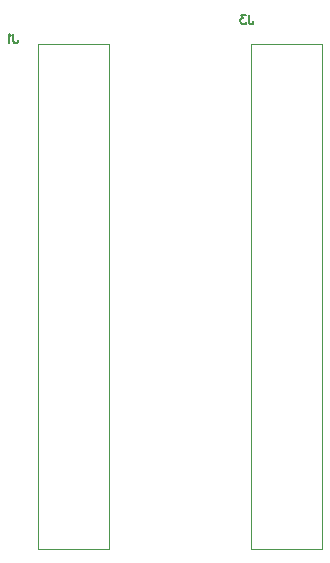
<source format=gbr>
G04*
G04 #@! TF.GenerationSoftware,Altium Limited,Altium Designer,22.11.1 (43)*
G04*
G04 Layer_Color=32896*
%FSLAX44Y44*%
%MOMM*%
G71*
G04*
G04 #@! TF.SameCoordinates,93F20DB6-68A8-4E48-8693-521813210F72*
G04*
G04*
G04 #@! TF.FilePolarity,Positive*
G04*
G01*
G75*
%ADD12C,0.1600*%
%ADD42C,0.1000*%
D12*
X869189Y994534D02*
Y988440D01*
X869570Y987298D01*
X869951Y986917D01*
X870713Y986536D01*
X871475D01*
X872236Y986917D01*
X872617Y987298D01*
X872998Y988440D01*
Y989202D01*
X866371Y994534D02*
X862181D01*
X864466Y991487D01*
X863324D01*
X862562Y991106D01*
X862181Y990726D01*
X861800Y989583D01*
Y988821D01*
X862181Y987679D01*
X862943Y986917D01*
X864086Y986536D01*
X865228D01*
X866371Y986917D01*
X866752Y987298D01*
X867133Y988059D01*
X669799Y978278D02*
Y972184D01*
X670180Y971042D01*
X670561Y970661D01*
X671323Y970280D01*
X672085D01*
X672846Y970661D01*
X673227Y971042D01*
X673608Y972184D01*
Y972946D01*
X667743Y976755D02*
X666981Y977136D01*
X665838Y978278D01*
Y970280D01*
D42*
X870730Y542000D02*
X930730D01*
X870730D02*
Y969300D01*
X930730D01*
Y542000D02*
Y969300D01*
X690730Y542000D02*
X750730D01*
X690730D02*
Y969300D01*
X750730D01*
Y542000D02*
Y969300D01*
M02*

</source>
